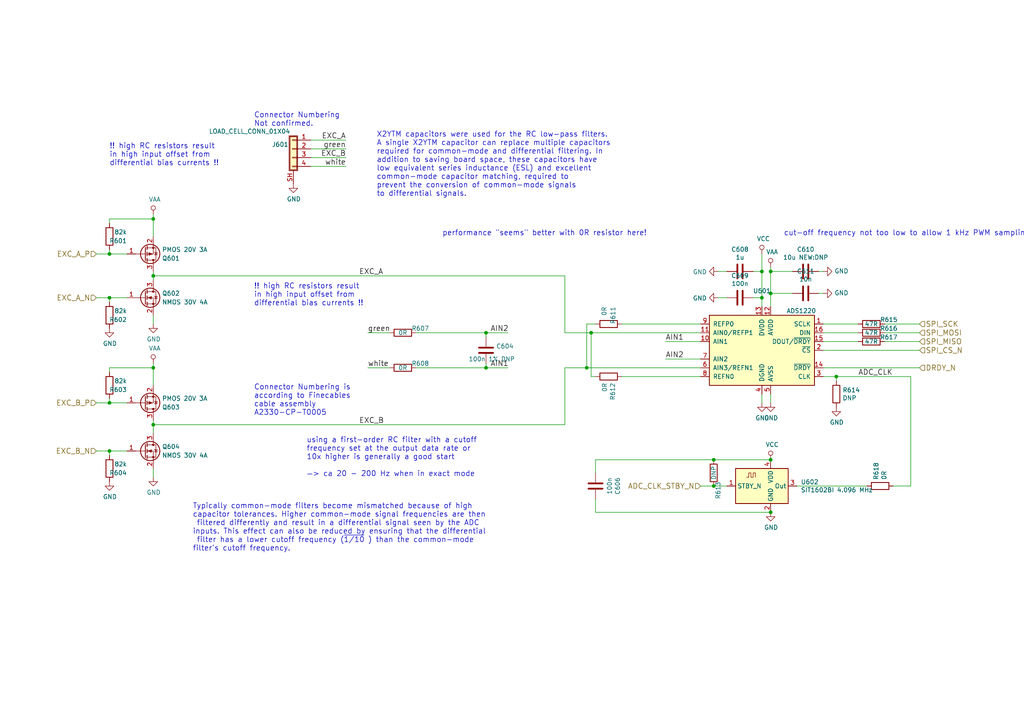
<source format=kicad_sch>
(kicad_sch (version 20211123) (generator eeschema)
  (paper "A4")
  (lib_symbols
    (symbol "Connector_Generic_Shielded:Conn_01x04_Shielded" (pin_names (offset 1.016) hide)
      (property "Reference" "J" (at 0.254 4.826 0))
      (property "Value" "Connector_Generic_Shielded_Conn_01x04_Shielded" (at 1.016 -7.366 0))
      (symbol "Conn_01x04_Shielded_1_1"
        (rectangle (start -1.27 3.81) (end 1.27 -6.35) (stroke (width 0.1524)))
        (rectangle (start -1.016 -4.953) (end 0.254 -5.207) (stroke (width 0.1524)))
        (rectangle (start -1.016 -2.413) (end 0.254 -2.667) (stroke (width 0.1524)))
        (rectangle (start -1.016 0.127) (end 0.254 -0.127) (stroke (width 0.1524)))
        (rectangle (start -1.016 2.667) (end 0.254 2.413) (stroke (width 0.1524)))
        (rectangle (start -1.016 3.556) (end 1.016 -6.096) (stroke (width 0.254)) (fill (type background)))
        (pin passive line (at -5.08 2.54 0) (length 4.064) (name "Pin_1") (number "1"))
        (pin passive line (at -5.08 0 0) (length 4.064) (name "Pin_2") (number "2"))
        (pin passive line (at -5.08 -2.54 0) (length 4.064) (name "Pin_3") (number "3"))
        (pin passive line (at -5.08 -5.08 0) (length 4.064) (name "Pin_4") (number "4"))
        (pin passive line (at 0 -10.16 90) (length 3.81) (name "Shield") (number "SH"))
      )
    )
    (symbol "Device:Q_NMOS_GSD" (pin_names (offset 0) hide)
      (property "Reference" "Q" (at 5.08 1.27 0))
      (property "Value" "Device_Q_NMOS_GSD" (at 5.08 -1.27 0))
      (symbol "Q_NMOS_GSD_0_1"
        (polyline (pts (xy 0.254 0) (xy -2.54 0)))
        (polyline (pts (xy 0.254 1.905) (xy 0.254 -1.905)) (stroke (width 0.254)))
        (polyline (pts (xy 0.762 -1.27) (xy 0.762 -2.286)) (stroke (width 0.254)))
        (polyline (pts (xy 0.762 0.508) (xy 0.762 -0.508)) (stroke (width 0.254)))
        (polyline (pts (xy 0.762 2.286) (xy 0.762 1.27)) (stroke (width 0.254)))
        (polyline (pts (xy 2.54 2.54) (xy 2.54 1.778)))
        (polyline (pts (xy 2.54 -2.54) (xy 2.54 0) (xy 0.762 0)))
        (polyline (pts (xy 0.762 -1.778) (xy 3.302 -1.778) (xy 3.302 1.778) (xy 0.762 1.778)))
        (polyline (pts (xy 1.016 0) (xy 2.032 0.381) (xy 2.032 -0.381) (xy 1.016 0)) (fill (type outline)))
        (polyline (pts (xy 2.794 0.508) (xy 2.921 0.381) (xy 3.683 0.381) (xy 3.81 0.254)))
        (polyline (pts (xy 3.302 0.381) (xy 2.921 -0.254) (xy 3.683 -0.254) (xy 3.302 0.381)))
        (circle (center 1.651 0) (radius 2.794) (stroke (width 0.254)))
        (circle (center 2.54 -1.778) (radius 0.254) (fill (type outline)))
        (circle (center 2.54 1.778) (radius 0.254) (fill (type outline)))
      )
      (symbol "Q_NMOS_GSD_1_1"
        (pin input line (at -5.08 0 0) (length 2.54) (name "G") (number "1"))
        (pin passive line (at 2.54 -5.08 90) (length 2.54) (name "S") (number "2"))
        (pin passive line (at 2.54 5.08 270) (length 2.54) (name "D") (number "3"))
      )
    )
    (symbol "Device:Q_PMOS_GSD" (pin_names (offset 0) hide)
      (property "Reference" "Q" (at 5.08 1.27 0))
      (property "Value" "Device_Q_PMOS_GSD" (at 5.08 -1.27 0))
      (symbol "Q_PMOS_GSD_0_1"
        (polyline (pts (xy 0.254 0) (xy -2.54 0)))
        (polyline (pts (xy 0.254 1.905) (xy 0.254 -1.905)) (stroke (width 0.254)))
        (polyline (pts (xy 0.762 -1.27) (xy 0.762 -2.286)) (stroke (width 0.254)))
        (polyline (pts (xy 0.762 0.508) (xy 0.762 -0.508)) (stroke (width 0.254)))
        (polyline (pts (xy 0.762 2.286) (xy 0.762 1.27)) (stroke (width 0.254)))
        (polyline (pts (xy 2.54 2.54) (xy 2.54 1.778)))
        (polyline (pts (xy 2.54 -2.54) (xy 2.54 0) (xy 0.762 0)))
        (polyline (pts (xy 0.762 1.778) (xy 3.302 1.778) (xy 3.302 -1.778) (xy 0.762 -1.778)))
        (polyline (pts (xy 2.286 0) (xy 1.27 0.381) (xy 1.27 -0.381) (xy 2.286 0)) (fill (type outline)))
        (polyline (pts (xy 2.794 -0.508) (xy 2.921 -0.381) (xy 3.683 -0.381) (xy 3.81 -0.254)))
        (polyline (pts (xy 3.302 -0.381) (xy 2.921 0.254) (xy 3.683 0.254) (xy 3.302 -0.381)))
        (circle (center 1.651 0) (radius 2.794) (stroke (width 0.254)))
        (circle (center 2.54 -1.778) (radius 0.254) (fill (type outline)))
        (circle (center 2.54 1.778) (radius 0.254) (fill (type outline)))
      )
      (symbol "Q_PMOS_GSD_1_1"
        (pin input line (at -5.08 0 0) (length 2.54) (name "G") (number "1"))
        (pin passive line (at 2.54 -5.08 90) (length 2.54) (name "S") (number "2"))
        (pin passive line (at 2.54 5.08 270) (length 2.54) (name "D") (number "3"))
      )
    )
    (symbol "Device:R" (pin_numbers hide) (pin_names (offset 0))
      (property "Reference" "R" (at 2.032 0 90))
      (property "Value" "Device_R" (at 0 0 90))
      (symbol "R_0_1"
        (rectangle (start -1.016 -2.54) (end 1.016 2.54) (stroke (width 0.254)))
      )
      (symbol "R_1_1"
        (pin passive line (at 0 3.81 270) (length 1.27) (name "~") (number "1"))
        (pin passive line (at 0 -3.81 90) (length 1.27) (name "~") (number "2"))
      )
    )
    (symbol "Nestbox_v2-rescue:ADS1120-PW" (pin_names (offset 1.016))
      (property "Reference" "U" (at -15.24 11.43 0))
      (property "Value" "ADS1120-PW" (at 6.35 11.43 0))
      (symbol "ADS1120-PW_0_1"
        (rectangle (start -15.24 10.16) (end 15.24 -10.16) (stroke (width 0.254)) (fill (type background)))
      )
      (symbol "ADS1120-PW_1_1"
        (pin input line (at 17.78 7.62 180) (length 2.54) (name "SCLK") (number "1"))
        (pin input line (at -17.78 2.54 0) (length 2.54) (name "AIN1") (number "10"))
        (pin input line (at -17.78 5.08 0) (length 2.54) (name "AIN0/REFP1") (number "11"))
        (pin power_in line (at 2.54 12.7 270) (length 2.54) (name "AVDD") (number "12"))
        (pin power_in line (at 0 12.7 270) (length 2.54) (name "DVDD") (number "13"))
        (pin output line (at 17.78 -5.08 180) (length 2.54) (name "~{DRDY}") (number "14"))
        (pin output line (at 17.78 2.54 180) (length 2.54) (name "DOUT/~{DRDY}") (number "15"))
        (pin input line (at 17.78 5.08 180) (length 2.54) (name "DIN") (number "16"))
        (pin input line (at 17.78 0 180) (length 2.54) (name "~{CS}") (number "2"))
        (pin input line (at 17.78 -7.62 180) (length 2.54) (name "CLK") (number "3"))
        (pin power_in line (at 0 -12.7 90) (length 2.54) (name "DGND") (number "4"))
        (pin power_in line (at 2.54 -12.7 90) (length 2.54) (name "AVSS") (number "5"))
        (pin input line (at -17.78 -5.08 0) (length 2.54) (name "AIN3/REFN1") (number "6"))
        (pin input line (at -17.78 -2.54 0) (length 2.54) (name "AIN2") (number "7"))
        (pin input line (at -17.78 -7.62 0) (length 2.54) (name "REFN0") (number "8"))
        (pin input line (at -17.78 7.62 0) (length 2.54) (name "REFP0") (number "9"))
      )
    )
    (symbol "Nestbox_v2-rescue:C-device" (pin_numbers hide) (pin_names (offset 0.254))
      (property "Reference" "C" (at 0.635 2.54 0))
      (property "Value" "C-device" (at 0.635 -2.54 0))
      (symbol "C-device_0_1"
        (polyline (pts (xy -2.032 -0.762) (xy 2.032 -0.762)) (stroke (width 0.508)))
        (polyline (pts (xy -2.032 0.762) (xy 2.032 0.762)) (stroke (width 0.508)))
      )
      (symbol "C-device_1_1"
        (pin passive line (at 0 3.81 270) (length 2.794) (name "~") (number "1"))
        (pin passive line (at 0 -3.81 90) (length 2.794) (name "~") (number "2"))
      )
    )
    (symbol "Nestbox_v2-rescue:GND-power1" (power) (pin_names (offset 0))
      (property "Value" "GND-power1" (at 0 -3.81 0))
      (symbol "GND-power1_0_1"
        (polyline (pts (xy 0 0) (xy 0 -1.27) (xy 1.27 -1.27) (xy 0 -2.54) (xy -1.27 -1.27) (xy 0 -1.27)))
      )
      (symbol "GND-power1_1_1"
        (pin power_in line (at 0 0 270) (length 0) hide (name "GND") (number "1"))
      )
    )
    (symbol "Nestbox_v2-rescue:R-device" (pin_numbers hide) (pin_names (offset 0))
      (property "Reference" "R" (at 2.032 0 90))
      (property "Value" "R-device" (at 0 0 90))
      (symbol "R-device_0_1"
        (rectangle (start -1.016 -2.54) (end 1.016 2.54) (stroke (width 0.254)))
      )
      (symbol "R-device_1_1"
        (pin passive line (at 0 3.81 270) (length 1.27) (name "~") (number "1"))
        (pin passive line (at 0 -3.81 90) (length 1.27) (name "~") (number "2"))
      )
    )
    (symbol "Nestbox_v2-rescue:VAA-power1" (power) (pin_names (offset 0))
      (property "Value" "VAA-power1" (at 0 3.81 0))
      (symbol "VAA-power1_0_1"
        (polyline (pts (xy 0 0) (xy 0 1.27)))
        (circle (center 0 1.905) (radius 0.635))
      )
      (symbol "VAA-power1_1_1"
        (pin power_in line (at 0 0 90) (length 0) hide (name "VAA") (number "1"))
      )
    )
    (symbol "Octanis3:SIT1602BI-11-XXS-4.096000"
      (property "Reference" "U" (at -6.35 6.35 0))
      (property "Value" "SIT1602BI-11-XXS-4.096000" (at 11.43 6.35 0))
      (symbol "SIT1602BI-11-XXS-4.096000_1_1"
        (rectangle (start -7.62 5.08) (end 7.62 -5.08) (stroke (width 0.254)) (fill (type background)))
        (polyline (pts (xy -4.445 2.54) (xy -3.81 2.54) (xy -3.81 3.81) (xy -3.175 3.81) (xy -3.175 2.54) (xy -2.54 2.54) (xy -2.54 3.81) (xy -1.905 3.81) (xy -1.905 2.54)))
        (pin input line (at -10.16 0 0) (length 2.54) (name "STBY_N") (number "1"))
        (pin power_in line (at 2.54 -7.62 90) (length 2.54) (name "GND") (number "2"))
        (pin output line (at 10.16 0 180) (length 2.54) (name "Out") (number "3"))
        (pin power_in line (at 2.54 7.62 270) (length 2.54) (name "VDD") (number "4"))
      )
    )
    (symbol "power:GND" (power) (pin_names (offset 0))
      (property "Value" "power_GND" (at 0 -3.81 0))
      (symbol "GND_0_1"
        (polyline (pts (xy 0 0) (xy 0 -1.27) (xy 1.27 -1.27) (xy 0 -2.54) (xy -1.27 -1.27) (xy 0 -1.27)))
      )
      (symbol "GND_1_1"
        (pin power_in line (at 0 0 270) (length 0) hide (name "GND") (number "1"))
      )
    )
    (symbol "power:VAA" (power) (pin_names (offset 0))
      (property "Value" "power_VAA" (at 0 3.81 0))
      (symbol "VAA_0_1"
        (polyline (pts (xy 0 0) (xy 0 1.27)))
        (circle (center 0 1.905) (radius 0.635))
      )
      (symbol "VAA_1_1"
        (pin power_in line (at 0 0 90) (length 0) hide (name "VAA") (number "1"))
      )
    )
    (symbol "power:VCC" (power) (pin_names (offset 0))
      (property "Value" "power_VCC" (at 0 3.81 0))
      (symbol "VCC_0_1"
        (polyline (pts (xy 0 0) (xy 0 1.27)))
        (circle (center 0 1.905) (radius 0.635))
      )
      (symbol "VCC_1_1"
        (pin power_in line (at 0 0 90) (length 0) hide (name "VCC") (number "1"))
      )
    )
  )
  (junction (at 44.45 63.5))
  (junction (at 170.18 106.68))
  (junction (at 31.75 116.84))
  (junction (at 207.01 140.97))
  (junction (at 223.52 78.74))
  (junction (at 44.45 80.01))
  (junction (at 223.52 85.09))
  (junction (at 223.52 133.35))
  (junction (at 140.97 96.52))
  (junction (at 31.75 73.66))
  (junction (at 44.45 123.19))
  (junction (at 207.01 133.35))
  (junction (at 140.97 106.68))
  (junction (at 242.57 109.22))
  (junction (at 220.98 86.36))
  (junction (at 220.98 78.74))
  (junction (at 31.75 86.36))
  (junction (at 31.75 130.81))
  (junction (at 223.52 148.59))
  (junction (at 44.45 106.68))
  (junction (at 171.45 96.52))
  (wire (pts (xy 220.98 116.84) (xy 220.98 114.3)))
  (wire (pts (xy 44.45 63.5) (xy 44.45 68.58)))
  (wire (pts (xy 113.03 96.52) (xy 106.68 96.52)))
  (wire (pts (xy 172.72 109.22) (xy 171.45 109.22)))
  (wire (pts (xy 120.65 96.52) (xy 140.97 96.52)))
  (wire (pts (xy 238.76 106.68) (xy 266.7 106.68)))
  (wire (pts (xy 163.83 106.68) (xy 170.18 106.68)))
  (wire (pts (xy 171.45 96.52) (xy 203.2 96.52)))
  (wire (pts (xy 163.83 96.52) (xy 171.45 96.52)))
  (wire (pts (xy 256.54 96.52) (xy 266.7 96.52)))
  (wire (pts (xy 172.72 148.59) (xy 172.72 144.78)))
  (wire (pts (xy 27.94 116.84) (xy 31.75 116.84)))
  (wire (pts (xy 172.72 93.98) (xy 170.18 93.98)))
  (wire (pts (xy 44.45 80.01) (xy 44.45 81.28)))
  (wire (pts (xy 210.82 140.97) (xy 207.01 140.97)))
  (wire (pts (xy 229.87 85.09) (xy 223.52 85.09)))
  (wire (pts (xy 100.33 40.64) (xy 90.17 40.64)))
  (wire (pts (xy 31.75 72.39) (xy 31.75 73.66)))
  (wire (pts (xy 27.94 130.81) (xy 31.75 130.81)))
  (wire (pts (xy 218.44 86.36) (xy 220.98 86.36)))
  (wire (pts (xy 264.16 109.22) (xy 264.16 140.97)))
  (wire (pts (xy 208.28 78.74) (xy 210.82 78.74)))
  (wire (pts (xy 223.52 116.84) (xy 223.52 114.3)))
  (wire (pts (xy 44.45 123.19) (xy 44.45 125.73)))
  (wire (pts (xy 223.52 78.74) (xy 223.52 85.09)))
  (wire (pts (xy 27.94 86.36) (xy 31.75 86.36)))
  (wire (pts (xy 44.45 135.89) (xy 44.45 138.43)))
  (wire (pts (xy 218.44 78.74) (xy 220.98 78.74)))
  (wire (pts (xy 140.97 106.68) (xy 147.32 106.68)))
  (wire (pts (xy 172.72 137.16) (xy 172.72 133.35)))
  (wire (pts (xy 44.45 106.68) (xy 44.45 111.76)))
  (wire (pts (xy 163.83 106.68) (xy 163.83 123.19)))
  (wire (pts (xy 31.75 116.84) (xy 36.83 116.84)))
  (wire (pts (xy 223.52 148.59) (xy 172.72 148.59)))
  (wire (pts (xy 31.75 116.84) (xy 31.75 115.57)))
  (wire (pts (xy 203.2 104.14) (xy 193.04 104.14)))
  (wire (pts (xy 237.49 78.74) (xy 238.76 78.74)))
  (wire (pts (xy 172.72 133.35) (xy 207.01 133.35)))
  (wire (pts (xy 264.16 109.22) (xy 242.57 109.22)))
  (wire (pts (xy 238.76 101.6) (xy 266.7 101.6)))
  (wire (pts (xy 31.75 130.81) (xy 36.83 130.81)))
  (wire (pts (xy 180.34 93.98) (xy 203.2 93.98)))
  (wire (pts (xy 220.98 86.36) (xy 220.98 88.9)))
  (wire (pts (xy 140.97 106.68) (xy 140.97 105.41)))
  (wire (pts (xy 44.45 78.74) (xy 44.45 80.01)))
  (wire (pts (xy 220.98 73.66) (xy 220.98 78.74)))
  (wire (pts (xy 44.45 121.92) (xy 44.45 123.19)))
  (wire (pts (xy 120.65 106.68) (xy 140.97 106.68)))
  (wire (pts (xy 44.45 105.41) (xy 44.45 106.68)))
  (wire (pts (xy 256.54 99.06) (xy 266.7 99.06)))
  (wire (pts (xy 44.45 123.19) (xy 163.83 123.19)))
  (wire (pts (xy 180.34 109.22) (xy 203.2 109.22)))
  (wire (pts (xy 207.01 140.97) (xy 203.2 140.97)))
  (wire (pts (xy 256.54 93.98) (xy 266.7 93.98)))
  (wire (pts (xy 242.57 109.22) (xy 238.76 109.22)))
  (wire (pts (xy 27.94 73.66) (xy 31.75 73.66)))
  (wire (pts (xy 31.75 132.08) (xy 31.75 130.81)))
  (wire (pts (xy 163.83 80.01) (xy 163.83 96.52)))
  (wire (pts (xy 238.76 85.09) (xy 237.49 85.09)))
  (wire (pts (xy 140.97 96.52) (xy 147.32 96.52)))
  (wire (pts (xy 251.46 140.97) (xy 231.14 140.97)))
  (wire (pts (xy 223.52 85.09) (xy 223.52 88.9)))
  (wire (pts (xy 248.92 99.06) (xy 238.76 99.06)))
  (wire (pts (xy 170.18 106.68) (xy 203.2 106.68)))
  (wire (pts (xy 90.17 48.26) (xy 100.33 48.26)))
  (wire (pts (xy 100.33 43.18) (xy 90.17 43.18)))
  (wire (pts (xy 242.57 110.49) (xy 242.57 109.22)))
  (wire (pts (xy 100.33 45.72) (xy 90.17 45.72)))
  (wire (pts (xy 238.76 96.52) (xy 248.92 96.52)))
  (wire (pts (xy 220.98 78.74) (xy 220.98 86.36)))
  (wire (pts (xy 31.75 86.36) (xy 36.83 86.36)))
  (wire (pts (xy 248.92 93.98) (xy 238.76 93.98)))
  (wire (pts (xy 44.45 91.44) (xy 44.45 93.98)))
  (wire (pts (xy 208.28 86.36) (xy 210.82 86.36)))
  (wire (pts (xy 44.45 80.01) (xy 163.83 80.01)))
  (wire (pts (xy 44.45 62.23) (xy 44.45 63.5)))
  (wire (pts (xy 203.2 99.06) (xy 193.04 99.06)))
  (wire (pts (xy 171.45 109.22) (xy 171.45 96.52)))
  (wire (pts (xy 31.75 63.5) (xy 31.75 64.77)))
  (wire (pts (xy 31.75 73.66) (xy 36.83 73.66)))
  (wire (pts (xy 140.97 96.52) (xy 140.97 97.79)))
  (wire (pts (xy 113.03 106.68) (xy 106.68 106.68)))
  (wire (pts (xy 207.01 133.35) (xy 223.52 133.35)))
  (wire (pts (xy 31.75 87.63) (xy 31.75 86.36)))
  (wire (pts (xy 31.75 106.68) (xy 31.75 107.95)))
  (wire (pts (xy 44.45 63.5) (xy 31.75 63.5)))
  (wire (pts (xy 223.52 78.74) (xy 229.87 78.74)))
  (wire (pts (xy 259.08 140.97) (xy 264.16 140.97)))
  (wire (pts (xy 223.52 77.47) (xy 223.52 78.74)))
  (wire (pts (xy 170.18 93.98) (xy 170.18 106.68)))
  (wire (pts (xy 44.45 106.68) (xy 31.75 106.68)))
  (text "!! high RC resistors result \nin high input offset from \ndifferential bias currents !!" (at 73.66 88.9 0) (effects (font (size 1.524 1.524)) (justify left bottom)))
  (text "!! high RC resistors result \nin high input offset from \ndifferential bias currents !!" (at 31.75 48.26 0) (effects (font (size 1.524 1.524)) (justify left bottom)))
  (text "using a first-order RC filter with a cutoff \nfrequency set at the output data rate or \n10x higher is generally a good start\n\n—> ca 20 - 200 Hz when in exact mode\n" (at 88.9 138.43 0) (effects (font (size 1.524 1.524)) (justify left bottom)))
  (text "Typically common-mode filters become mismatched because of high \ncapacitor tolerances. Higher common-mode signal frequencies are then\n filtered differently and result in a differential signal seen by the ADC \ninputs. This effect can also be reduced by ensuring that the differential\n filter has a lower cutoff frequency (~{1/10} ) than the common-mode \nfilter’s cutoff frequency. \n" (at 55.88 160.02 0) (effects (font (size 1.524 1.524)) (justify left bottom)))
  (text "Connector Numbering is\naccording to Finecables \ncable assembly \nA2330-CP-T0005" (at 73.66 120.65 0) (effects (font (size 1.524 1.524)) (justify left bottom)))
  (text "cut-off frequency not too low to allow 1 kHz PWM sampling\n" (at 227.33 68.58 0) (effects (font (size 1.524 1.524)) (justify left bottom)))
  (text "Connector Numbering \nNot confirmed." (at 73.66 36.83 0) (effects (font (size 1.524 1.524)) (justify left bottom)))
  (text "performance \"seems\" better with 0R resistor here!" (at 128.27 68.58 0) (effects (font (size 1.524 1.524)) (justify left bottom)))
  (text "X2YTM capacitors were used for the RC low-pass filters. \nA single X2YTM capacitor can replace multiple capacitors \nrequired for common-mode and differential filtering. In \naddition to saving board space, these capacitors have \nlow equivalent series inductance (ESL) and excellent \ncommon-mode capacitor matching, required to \nprevent the conversion of common-mode signals \nto differential signals. \n" (at 109.22 57.15 0) (effects (font (size 1.524 1.524)) (justify left bottom)))
  (label "white" (at 100.33 48.26 180) (effects (font (size 1.524 1.524))))
  (label "EXC_B" (at 104.14 123.19 0) (effects (font (size 1.524 1.524))))
  (label "green" (at 100.33 43.18 180) (effects (font (size 1.524 1.524))))
  (label "ADC_CLK" (at 248.92 109.22 0) (effects (font (size 1.524 1.524))))
  (label "white" (at 106.68 106.68 0) (effects (font (size 1.524 1.524))))
  (label "EXC_B" (at 100.33 45.72 180) (effects (font (size 1.524 1.524))))
  (label "AIN2" (at 142.24 96.52 0) (effects (font (size 1.524 1.524))))
  (label "EXC_A" (at 100.33 40.64 180) (effects (font (size 1.524 1.524))))
  (label "AIN2" (at 193.04 104.14 0) (effects (font (size 1.524 1.524))))
  (label "EXC_A" (at 104.14 80.01 0) (effects (font (size 1.524 1.524))))
  (label "AIN1" (at 193.04 99.06 0) (effects (font (size 1.524 1.524))))
  (label "AIN1" (at 142.24 106.68 0) (effects (font (size 1.524 1.524))))
  (label "green" (at 106.68 96.52 0) (effects (font (size 1.524 1.524))))
  (hierarchical_label "EXC_B_N" (shape input) (at 27.94 130.81 180) (effects (font (size 1.524 1.524))))
  (hierarchical_label "ADC_CLK_STBY_N" (shape input) (at 203.2 140.97 180) (effects (font (size 1.524 1.524))))
  (hierarchical_label "SPI_MISO" (shape input) (at 266.7 99.06 0) (effects (font (size 1.524 1.524))))
  (hierarchical_label "DRDY_N" (shape input) (at 266.7 106.68 0) (effects (font (size 1.524 1.524))))
  (hierarchical_label "EXC_A_P" (shape input) (at 27.94 73.66 180) (effects (font (size 1.524 1.524))))
  (hierarchical_label "SPI_SCK" (shape input) (at 266.7 93.98 0) (effects (font (size 1.524 1.524))))
  (hierarchical_label "SPI_CS_N" (shape input) (at 266.7 101.6 0) (effects (font (size 1.524 1.524))))
  (hierarchical_label "EXC_B_P" (shape input) (at 27.94 116.84 180) (effects (font (size 1.524 1.524))))
  (hierarchical_label "SPI_MOSI" (shape input) (at 266.7 96.52 0) (effects (font (size 1.524 1.524))))
  (hierarchical_label "EXC_A_N" (shape input) (at 27.94 86.36 180) (effects (font (size 1.524 1.524))))
  (symbol (lib_id "Nestbox_v2-rescue:C-device") (at 214.63 86.36 90) (unit 1)
    (property "Reference" "C609" (at 214.63 79.9592 90))
    (property "Value" "100n" (at 214.63 82.2706 90))
    (property "Footprint" "Capacitor_SMD:C_0603_1608Metric" (effects hide))
  )
  (symbol (lib_id "Nestbox_v2-rescue:C-device") (at 140.97 101.6 0) (unit 1)
    (property "Reference" "C604" (at 143.891 100.4316 0) (effects (justify left)))
    (property "Value" "100n 1% DNP" (at 135.89 104.14 0) (effects (justify left)))
    (property "Footprint" "Capacitor_SMD:C_0603_1608Metric" (effects hide))
  )
  (symbol (lib_id "Nestbox_v2-rescue:R-device") (at 116.84 96.52 270) (unit 1)
    (property "Reference" "R607" (at 121.92 95.25 90))
    (property "Value" "0R" (at 116.84 96.52 90))
    (property "Footprint" "Resistor_SMD:R_0603_1608Metric" (effects hide))
  )
  (symbol (lib_id "Nestbox_v2-rescue:R-device") (at 116.84 106.68 270) (unit 1)
    (property "Reference" "R608" (at 121.92 105.41 90))
    (property "Value" "0R" (at 116.84 106.68 90))
    (property "Footprint" "Resistor_SMD:R_0603_1608Metric" (effects hide))
  )
  (symbol (lib_id "Nestbox_v2-rescue:R-device") (at 252.73 99.06 270) (unit 1)
    (property "Reference" "R617" (at 257.81 97.79 90))
    (property "Value" "47R" (at 252.73 99.06 90))
    (property "Footprint" "Resistor_SMD:R_0603_1608Metric" (effects hide))
  )
  (symbol (lib_id "Nestbox_v2-rescue:R-device") (at 252.73 96.52 270) (unit 1)
    (property "Reference" "R616" (at 257.81 95.25 90))
    (property "Value" "47R" (at 252.73 96.52 90))
    (property "Footprint" "Resistor_SMD:R_0603_1608Metric" (effects hide))
  )
  (symbol (lib_id "Nestbox_v2-rescue:R-device") (at 252.73 93.98 270) (unit 1)
    (property "Reference" "R615" (at 257.81 92.71 90))
    (property "Value" "47R" (at 252.73 93.98 90))
    (property "Footprint" "Resistor_SMD:R_0603_1608Metric" (effects hide))
  )
  (symbol (lib_id "Nestbox_v2-rescue:R-device") (at 255.27 140.97 90) (unit 1)
    (property "Reference" "R618" (at 254.1016 139.192 0) (effects (justify left)))
    (property "Value" "0R" (at 256.413 139.192 0) (effects (justify left)))
    (property "Footprint" "Resistor_SMD:R_0603_1608Metric" (effects hide))
  )
  (symbol (lib_id "Nestbox_v2-rescue:GND-power1") (at 223.52 148.59 0) (unit 1)
    (property "Reference" "#PWR0616" (effects hide))
    (property "Value" "GND" (at 223.647 152.9842 0))
  )
  (symbol (lib_id "Nestbox_v2-rescue:C-device") (at 172.72 140.97 0) (unit 1)
    (property "Reference" "C606" (at 179.1208 140.97 90))
    (property "Value" "100n" (at 176.8094 140.97 90))
    (property "Footprint" "Capacitor_SMD:C_0603_1608Metric" (effects hide))
  )
  (symbol (lib_id "power:VCC") (at 220.98 73.66 0) (unit 1)
    (property "Reference" "#PWR0611" (effects hide))
    (property "Value" "VCC" (at 221.4118 69.2658 0))
  )
  (symbol (lib_id "power:VCC") (at 223.52 133.35 0) (unit 1)
    (property "Reference" "#PWR0615" (effects hide))
    (property "Value" "VCC" (at 223.9518 128.9558 0))
  )
  (symbol (lib_id "Nestbox_v2-rescue:R-device") (at 242.57 114.3 0) (unit 1)
    (property "Reference" "R614" (at 244.348 113.1316 0) (effects (justify left)))
    (property "Value" "DNP" (at 244.348 115.443 0) (effects (justify left)))
    (property "Footprint" "Resistor_SMD:R_0603_1608Metric" (effects hide))
  )
  (symbol (lib_id "Nestbox_v2-rescue:GND-power1") (at 242.57 118.11 0) (unit 1)
    (property "Reference" "#PWR0619" (effects hide))
    (property "Value" "GND" (at 242.697 122.5042 0))
  )
  (symbol (lib_id "Nestbox_v2-rescue:R-device") (at 207.01 137.16 180) (unit 1)
    (property "Reference" "R613" (at 208.28 142.24 90))
    (property "Value" "DNP" (at 207.01 137.16 90))
    (property "Footprint" "Resistor_SMD:R_0603_1608Metric" (effects hide))
  )
  (symbol (lib_id "Connector_Generic_Shielded:Conn_01x04_Shielded") (at 85.09 43.18 0) (mirror y) (unit 1)
    (property "Reference" "J601" (at 81.28 41.91 0))
    (property "Value" "LOAD_CELL_CONN_01X04" (at 72.39 38.1 0))
    (property "Footprint" "lib_fp:MB08MBSAFF04RA" (effects hide))
    (property "MPN" "MB08MBSAFF04RA" (effects hide))
    (property "MPN2" "M8S-04PMMR-SF8001" (effects hide))
  )
  (symbol (lib_id "Nestbox_v2-rescue:ADS1120-PW") (at 220.98 101.6 0) (unit 1)
    (property "Reference" "U601" (at 220.98 84.3788 0))
    (property "Value" "ADS1220" (at 232.41 90.17 0))
    (property "Footprint" "Package_SO:TSSOP-16_4.4x5mm_P0.65mm" (effects hide))
    (property "MPN" "ADS1220IPW" (effects hide))
  )
  (symbol (lib_id "Nestbox_v2-rescue:C-device") (at 233.68 78.74 270) (unit 1)
    (property "Reference" "C610" (at 233.68 72.3392 90))
    (property "Value" "10u NEW:DNP" (at 233.68 74.6506 90))
    (property "Footprint" "Capacitor_SMD:C_0805_2012Metric" (effects hide))
  )
  (symbol (lib_id "Nestbox_v2-rescue:GND-power1") (at 220.98 116.84 0) (unit 1)
    (property "Reference" "#PWR0612" (effects hide))
    (property "Value" "GND" (at 221.107 121.2342 0))
  )
  (symbol (lib_id "Nestbox_v2-rescue:C-device") (at 214.63 78.74 270) (unit 1)
    (property "Reference" "C608" (at 214.63 72.3392 90))
    (property "Value" "1u" (at 214.63 74.6506 90))
    (property "Footprint" "Capacitor_SMD:C_0603_1608Metric" (effects hide))
  )
  (symbol (lib_id "Nestbox_v2-rescue:C-device") (at 233.68 85.09 270) (unit 1)
    (property "Reference" "C611" (at 233.68 78.6892 90))
    (property "Value" "10n" (at 233.68 81.0006 90))
    (property "Footprint" "Capacitor_SMD:C_0603_1608Metric" (effects hide))
  )
  (symbol (lib_id "Nestbox_v2-rescue:GND-power1") (at 223.52 116.84 0) (unit 1)
    (property "Reference" "#PWR0614" (effects hide))
    (property "Value" "GND" (at 223.647 121.2342 0))
  )
  (symbol (lib_id "Nestbox_v2-rescue:GND-power1") (at 238.76 78.74 90) (unit 1)
    (property "Reference" "#PWR0617" (effects hide))
    (property "Value" "GND" (at 242.0112 78.613 90) (effects (justify right)))
  )
  (symbol (lib_id "Nestbox_v2-rescue:GND-power1") (at 238.76 85.09 90) (unit 1)
    (property "Reference" "#PWR0618" (effects hide))
    (property "Value" "GND" (at 242.0112 84.963 90) (effects (justify right)))
  )
  (symbol (lib_id "Nestbox_v2-rescue:GND-power1") (at 208.28 86.36 270) (unit 1)
    (property "Reference" "#PWR0610" (effects hide))
    (property "Value" "GND" (at 205.0288 86.487 90) (effects (justify right)))
  )
  (symbol (lib_id "Nestbox_v2-rescue:GND-power1") (at 208.28 78.74 270) (unit 1)
    (property "Reference" "#PWR0609" (effects hide))
    (property "Value" "GND" (at 205.0288 78.867 90) (effects (justify right)))
  )
  (symbol (lib_id "Nestbox_v2-rescue:VAA-power1") (at 223.52 77.47 0) (unit 1)
    (property "Reference" "#PWR0613" (effects hide))
    (property "Value" "VAA" (at 223.9518 73.0758 0))
  )
  (symbol (lib_id "Nestbox_v2-rescue:R-device") (at 176.53 109.22 270) (unit 1)
    (property "Reference" "R612" (at 177.6984 110.998 0) (effects (justify left)))
    (property "Value" "0R" (at 175.387 110.998 0) (effects (justify left)))
    (property "Footprint" "Resistor_SMD:R_0603_1608Metric" (effects hide))
  )
  (symbol (lib_id "Nestbox_v2-rescue:R-device") (at 176.53 93.98 270) (unit 1)
    (property "Reference" "R611" (at 177.8 88.9 0) (effects (justify left)))
    (property "Value" "0R" (at 175.26 88.9 0) (effects (justify left)))
    (property "Footprint" "Resistor_SMD:R_0603_1608Metric" (effects hide))
  )
  (symbol (lib_id "power:GND") (at 44.45 93.98 0) (unit 1)
    (property "Reference" "#PWR0604" (effects hide))
    (property "Value" "GND" (at 44.577 98.3742 0))
  )
  (symbol (lib_id "power:GND") (at 44.45 138.43 0) (unit 1)
    (property "Reference" "#PWR0606" (effects hide))
    (property "Value" "GND" (at 44.577 142.8242 0))
  )
  (symbol (lib_id "power:VAA") (at 44.45 62.23 0) (unit 1)
    (property "Reference" "#PWR0603" (effects hide))
    (property "Value" "VAA" (at 44.8818 57.8358 0))
  )
  (symbol (lib_id "power:VAA") (at 44.45 105.41 0) (unit 1)
    (property "Reference" "#PWR0605" (effects hide))
    (property "Value" "VAA" (at 44.8818 101.0158 0))
  )
  (symbol (lib_id "Device:Q_PMOS_GSD") (at 41.91 116.84 0) (mirror x) (unit 1)
    (property "Reference" "Q603" (at 46.99 118.11 0) (effects (justify left)))
    (property "Value" "PMOS 20V 3A" (at 46.99 115.57 0) (effects (justify left)))
    (property "Footprint" "Package_TO_SOT_SMD:SOT-23" (effects hide))
    (property "MPN" "DMP2160U-7" (effects hide))
  )
  (symbol (lib_id "Device:Q_PMOS_GSD") (at 41.91 73.66 0) (mirror x) (unit 1)
    (property "Reference" "Q601" (at 46.99 74.93 0) (effects (justify left)))
    (property "Value" "PMOS 20V 3A" (at 46.99 72.39 0) (effects (justify left)))
    (property "Footprint" "Package_TO_SOT_SMD:SOT-23" (effects hide))
    (property "MPN" "DMP2160U-7" (effects hide))
  )
  (symbol (lib_id "Device:Q_NMOS_GSD") (at 41.91 86.36 0) (unit 1)
    (property "Reference" "Q602" (at 46.99 85.09 0) (effects (justify left)))
    (property "Value" "NMOS 30V 4A" (at 46.99 87.63 0) (effects (justify left)))
    (property "Footprint" "Package_TO_SOT_SMD:SOT-23" (effects hide))
    (property "MPN" "PMV45EN2R" (effects hide))
  )
  (symbol (lib_id "Device:Q_NMOS_GSD") (at 41.91 130.81 0) (unit 1)
    (property "Reference" "Q604" (at 46.99 129.54 0) (effects (justify left)))
    (property "Value" "NMOS 30V 4A" (at 46.99 132.08 0) (effects (justify left)))
    (property "Footprint" "Package_TO_SOT_SMD:SOT-23" (effects hide))
    (property "MPN" "PMV45EN2R" (effects hide))
  )
  (symbol (lib_id "Device:R") (at 31.75 135.89 180) (unit 1)
    (property "Reference" "R604" (at 36.83 137.16 0) (effects (justify left)))
    (property "Value" "82k" (at 36.83 134.62 0) (effects (justify left)))
    (property "Footprint" "Resistor_SMD:R_0603_1608Metric" (effects hide))
  )
  (symbol (lib_id "Device:R") (at 31.75 111.76 180) (unit 1)
    (property "Reference" "R603" (at 36.83 113.03 0) (effects (justify left)))
    (property "Value" "82k" (at 36.83 110.49 0) (effects (justify left)))
    (property "Footprint" "Resistor_SMD:R_0603_1608Metric" (effects hide))
  )
  (symbol (lib_id "Device:R") (at 31.75 91.44 180) (unit 1)
    (property "Reference" "R602" (at 36.83 92.71 0) (effects (justify left)))
    (property "Value" "82k" (at 36.83 90.17 0) (effects (justify left)))
    (property "Footprint" "Resistor_SMD:R_0603_1608Metric" (effects hide))
  )
  (symbol (lib_id "Device:R") (at 31.75 68.58 180) (unit 1)
    (property "Reference" "R601" (at 36.83 69.85 0) (effects (justify left)))
    (property "Value" "82k" (at 36.83 67.31 0) (effects (justify left)))
    (property "Footprint" "Resistor_SMD:R_0603_1608Metric" (effects hide))
  )
  (symbol (lib_id "power:GND") (at 31.75 139.7 0) (unit 1)
    (property "Reference" "#PWR0602" (effects hide))
    (property "Value" "GND" (at 31.877 144.0942 0))
  )
  (symbol (lib_id "power:GND") (at 31.75 95.25 0) (unit 1)
    (property "Reference" "#PWR0601" (effects hide))
    (property "Value" "GND" (at 31.877 99.6442 0))
  )
  (symbol (lib_id "Octanis3:SIT1602BI-11-XXS-4.096000") (at 220.98 140.97 0) (unit 1)
    (property "Reference" "U602" (at 232.2576 139.8016 0) (effects (justify left)))
    (property "Value" "SIT1602BI 4.096 MHz" (at 232.2576 142.113 0) (effects (justify left)))
    (property "Footprint" "Oscillator:Oscillator_SMD_EuroQuartz_XO32-4Pin_3.2x2.5mm" (effects hide))
    (property "Datasheet" "https://abracon.com/Oscillators/ASDMB.pdf" (effects hide))
    (property "MPN" "SIT1602BI-21-XXE-4.096000" (effects hide))
  )
  (symbol (lib_id "Nestbox_v2-rescue:GND-power1") (at 85.09 53.34 0) (unit 1)
    (property "Reference" "#PWR0107" (effects hide))
    (property "Value" "GND" (at 85.217 57.7342 0))
  )
)
</source>
